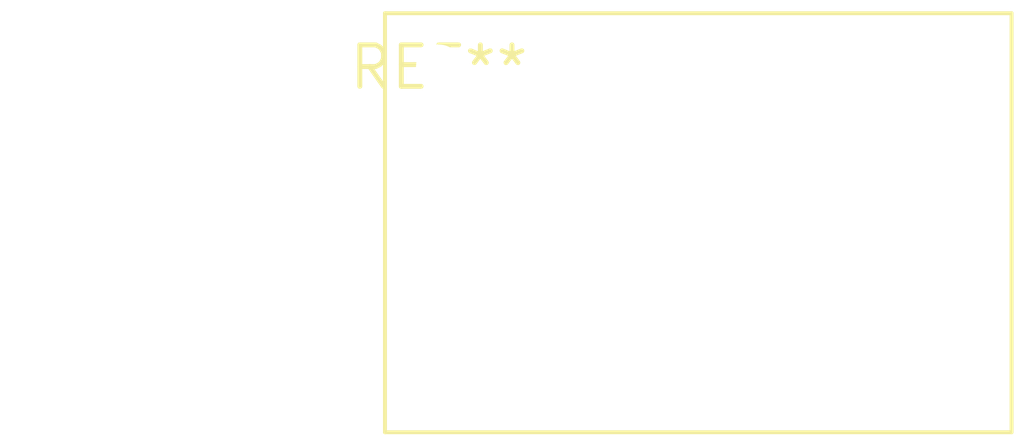
<source format=kicad_pcb>
(kicad_pcb (version 20240108) (generator pcbnew)
  (layers (0 "F.Cu" signal) (31 "B.Cu" signal) (34 "B.Paste" user) (35 "F.Paste" user) (36 "B.SilkS" user "B.Silkscreen") (37 "F.SilkS" user "F.Silkscreen") (38 "B.Mask" user) (39 "F.Mask" user) (44 "Edge.Cuts" user))
  (net 0 "")
  (footprint "Texas_EUS_R-PDSS-T5_THT" (layer "F.Cu") (at 0 0)
    (property "Reference" "REF**")
    (property "Value" "Texas_EUS_R-PDSS-T5_THT")
    (fp_line (start -1.65 -1.66) (end -1.65 11.18) (layer "F.SilkS") (stroke (width 0.12)))
    (fp_line (start -1.65 -1.66) (end 17.53 -1.66) (layer "F.SilkS") (stroke (width 0.12)))
    (fp_line (start -1.65 11.18) (end 17.53 11.18) (layer "F.SilkS") (stroke (width 0.12)))
    (fp_line (start 17.53 -1.66) (end 17.53 11.18) (layer "F.SilkS") (stroke (width 0.12)))
    (pad "1" thru_hole roundrect (at 0 0) (size 2.5 2.5) (drill 1.4) (layers *.Cu *.Mask) (remove_unused_layers))
    (pad "2" thru_hole circle (at 0 6.35) (size 2.5 2.5) (drill 1.4) (layers *.Cu *.Mask) (remove_unused_layers))
    (pad "3" thru_hole circle (at 0 9.52) (size 2.5 2.5) (drill 1.4) (layers *.Cu *.Mask) (remove_unused_layers))
    (pad "4" thru_hole circle (at 15.89 9.52) (size 2.5 2.5) (drill 1.4) (layers *.Cu *.Mask) (remove_unused_layers))
    (pad "5" thru_hole circle (at 15.88 0) (size 2.5 2.5) (drill 1.4) (layers *.Cu *.Mask) (remove_unused_layers))
  )
)
</source>
